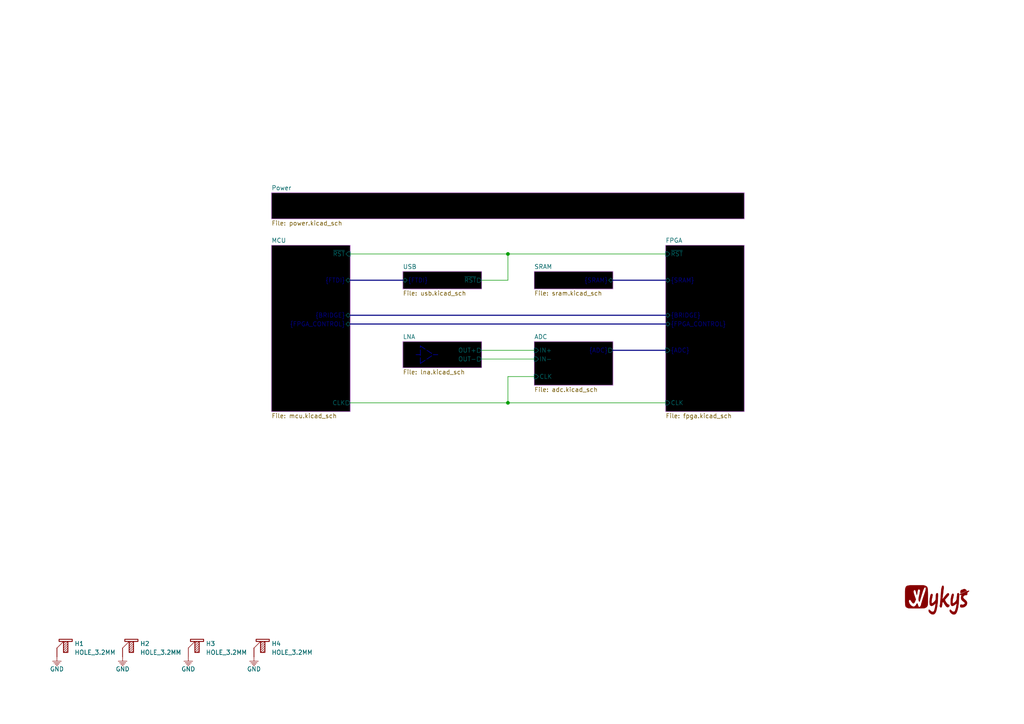
<source format=kicad_sch>
(kicad_sch (version 20200512) (host eeschema "5.99.0-unknown-4efed4b~101~ubuntu18.04.1")
  (page 1 8)
  (paper "A4")
  (title_block (title "Digitizer 10b 105 MSPS with FPGA") (date "2020-03-09") (rev "1.0") (company "Jan Vykydal"))
  (lib_symbols
    (symbol "KLIB_Logo:Wykys" (pin_names (offset 0.508))
      (symbol "Wykys_0_0"
        (polyline (pts (xy 7.0358 1.9812) (xy 7.2898 2.0574) (xy 7.6454 2.2098) (xy 7.874 2.3114) (xy 8.1788 2.4384) (xy 8.4074 2.54) (xy 8.5344 2.5908) (xy 8.5598 2.6162) (xy 8.5852 2.6924) (xy 8.4582 2.8448) (xy 8.382 2.9464) (xy 8.1026 3.1242) (xy 7.8486 3.1496) (xy 7.5438 3.048) (xy 7.4676 2.9972) (xy 7.0866 2.8702) (xy 7.0358 2.8702) (xy 6.8834 2.7432) (xy 6.8072 2.5146) (xy 6.7818 2.2606) (xy 6.8326 2.0066) (xy 6.8326 1.9812) (xy 6.9088 1.9558) (xy 7.0358 1.9812)) (stroke (width 0.0254)) (fill (type outline)))
        (polyline (pts (xy -0.9398 -4.191) (xy -0.6604 -3.9878) (xy -0.4064 -3.6322) (xy -0.381 -3.556) (xy -0.2032 -3.0988) (xy -0.0762 -2.5146) (xy 0.0508 -1.8034) (xy 0.1524 -1.016) (xy 0.2286 -0.1778) (xy 0.254 0.7112) (xy 0.2794 1.0414) (xy 0.2794 1.6764) (xy 0.254 1.8288) (xy 0.2032 1.905) (xy 0.1524 1.9304) (xy -0.0508 1.9304) (xy -0.1778 1.8542) (xy -0.2794 1.651) (xy -0.3302 1.3208) (xy -0.3302 0.8128) (xy -0.3556 0.4826) (xy -0.381 0.1778) (xy -0.4318 -0.0254) (xy -0.508 -0.1524) (xy -0.7112 -0.4318) (xy -0.9398 -0.6604) (xy -1.1684 -0.8636) (xy -1.3716 -0.9652) (xy -1.524 -0.9906) (xy -1.5494 -0.9398) (xy -1.6002 -0.7874) (xy -1.6002 -0.4826) (xy -1.5748 -0.127) (xy -1.524 0.254) (xy -1.4224 0.6604) (xy -1.3716 0.889) (xy -1.2954 1.27) (xy -1.2954 1.5494) (xy -1.3716 1.6764) (xy -1.524 1.7272) (xy -1.5494 1.7272) (xy -1.7018 1.6764) (xy -1.8034 1.5748) (xy -1.8796 1.3462) (xy -1.9812 0.9906) (xy -2.0574 0.508) (xy -2.1082 0.2286) (xy -2.1844 -0.4572) (xy -2.159 -1.016) (xy -2.0828 -1.397) (xy -1.905 -1.651) (xy -1.651 -1.778) (xy -1.4224 -1.7272) (xy -1.143 -1.6002) (xy -0.8382 -1.3716) (xy -0.5588 -1.1176) (xy -0.4064 -0.889) (xy -0.4572 -1.4478) (xy -0.4572 -1.4986) (xy -0.5334 -2.0066) (xy -0.635 -2.4892) (xy -0.762 -2.921) (xy -0.889 -3.2512) (xy -0.9652 -3.3528) (xy -1.1938 -3.4798) (xy -1.4478 -3.4544) (xy -1.7272 -3.302) (xy -2.032 -3.0226) (xy -2.159 -2.921) (xy -2.3114 -2.8194) (xy -2.413 -2.921) (xy -2.4384 -3.1496) (xy -2.4384 -3.175) (xy -2.3622 -3.429) (xy -2.1844 -3.7084) (xy -1.9304 -3.937) (xy -1.651 -4.1148) (xy -1.2954 -4.2164) (xy -0.9398 -4.191)) (stroke (width 0.0254)) (fill (type outline)))
        (polyline (pts (xy 1.3208 -2.0828) (xy 1.4224 -1.8034) (xy 1.4732 -1.3462) (xy 1.5748 -0.7874) (xy 1.651 -0.635) (xy 1.6764 -0.6096) (xy 1.7272 -0.5842) (xy 1.8288 -0.635) (xy 1.9304 -0.8128) (xy 2.1082 -1.1176) (xy 2.3368 -1.4732) (xy 2.54 -1.778) (xy 2.7178 -1.9812) (xy 2.8956 -2.0828) (xy 3.048 -2.1082) (xy 3.2004 -2.1082) (xy 3.4036 -2.0066) (xy 3.556 -1.8034) (xy 3.6068 -1.6002) (xy 3.5052 -1.4224) (xy 3.302 -1.3716) (xy 3.1496 -1.2954) (xy 2.9972 -1.1684) (xy 2.8194 -0.9398) (xy 2.6162 -0.6858) (xy 2.4638 -0.4064) (xy 2.3368 -0.1524) (xy 2.286 0) (xy 2.3114 0.0762) (xy 2.4384 0.254) (xy 2.6416 0.4826) (xy 3.1496 1.0414) (xy 3.3528 1.2954) (xy 3.4544 1.4732) (xy 3.4798 1.6256) (xy 3.4798 1.651) (xy 3.4036 1.8542) (xy 3.2512 1.9304) (xy 3.0226 1.8542) (xy 2.921 1.778) (xy 2.7178 1.6002) (xy 2.4892 1.3208) (xy 2.2352 0.9906) (xy 2.032 0.7366) (xy 1.8288 0.4572) (xy 1.6764 0.2794) (xy 1.6002 0.2032) (xy 1.5748 0.2032) (xy 1.5748 0.4572) (xy 1.6002 0.7112) (xy 1.651 1.0414) (xy 1.7018 1.524) (xy 1.778 2.159) (xy 1.8288 2.5146) (xy 1.8796 2.9972) (xy 1.9304 3.3528) (xy 1.9304 3.8608) (xy 1.8288 4.0132) (xy 1.7526 4.1148) (xy 1.6764 4.1402) (xy 1.5494 4.0386) (xy 1.4732 3.937) (xy 1.3716 3.6576) (xy 1.27 3.2512) (xy 1.1938 2.667) (xy 1.143 1.9304) (xy 1.143 1.8034) (xy 1.1176 1.3716) (xy 1.0668 0.889) (xy 1.016 0.3556) (xy 0.9906 -0.1524) (xy 0.9398 -0.6604) (xy 0.889 -1.0922) (xy 0.8636 -1.4478) (xy 0.8128 -1.6764) (xy 0.8128 -1.8796) (xy 0.889 -2.032) (xy 1.0414 -2.1844) (xy 1.1938 -2.2098) (xy 1.3208 -2.0828)) (stroke (width 0.0254)) (fill (type outline)))
        (polyline (pts (xy 5.1816 -4.191) (xy 5.461 -3.9878) (xy 5.6896 -3.6322) (xy 5.8928 -3.0988) (xy 5.9944 -2.7178) (xy 6.096 -2.2606) (xy 6.1722 -1.778) (xy 6.2484 -1.2446) (xy 6.2992 -0.6096) (xy 6.35 0.1778) (xy 6.35 0.2794) (xy 6.3754 0.8382) (xy 6.4008 1.27) (xy 6.4008 1.5748) (xy 6.3754 1.7526) (xy 6.3246 1.8796) (xy 6.2484 1.9304) (xy 6.0198 1.9304) (xy 5.9436 1.905) (xy 5.8928 1.8034) (xy 5.842 1.6002) (xy 5.8166 1.2954) (xy 5.7658 0.8636) (xy 5.7404 0.5842) (xy 5.715 0.254) (xy 5.6388 0) (xy 5.5626 -0.1778) (xy 5.461 -0.3556) (xy 5.3848 -0.4572) (xy 5.1562 -0.6858) (xy 4.9276 -0.8636) (xy 4.7244 -0.9906) (xy 4.572 -0.9906) (xy 4.5466 -0.9398) (xy 4.4958 -0.762) (xy 4.4958 -0.4826) (xy 4.5212 -0.127) (xy 4.572 0.2286) (xy 4.6736 0.5842) (xy 4.7498 0.9398) (xy 4.826 1.3462) (xy 4.8006 1.6256) (xy 4.699 1.7526) (xy 4.5212 1.778) (xy 4.3942 1.6764) (xy 4.2672 1.4732) (xy 4.1656 1.1176) (xy 4.064 0.635) (xy 3.9624 -0.0254) (xy 3.9624 -0.0762) (xy 3.937 -0.6858) (xy 3.9624 -1.1684) (xy 4.064 -1.524) (xy 4.2418 -1.7272) (xy 4.4958 -1.778) (xy 4.826 -1.651) (xy 5.207 -1.397) (xy 5.6896 -1.016) (xy 5.6896 -1.27) (xy 5.6388 -1.5748) (xy 5.588 -1.9558) (xy 5.4864 -2.3876) (xy 5.3594 -2.794) (xy 5.2578 -3.0988) (xy 5.1562 -3.302) (xy 5.0292 -3.429) (xy 4.8768 -3.4798) (xy 4.7498 -3.4544) (xy 4.3942 -3.3274) (xy 4.1148 -3.048) (xy 4.0132 -2.921) (xy 3.8354 -2.8194) (xy 3.7338 -2.8956) (xy 3.6576 -3.0988) (xy 3.6576 -3.1242) (xy 3.7338 -3.4036) (xy 3.9116 -3.683) (xy 4.1656 -3.937) (xy 4.445 -4.1148) (xy 4.4704 -4.1402) (xy 4.8514 -4.2418) (xy 5.1816 -4.191)) (stroke (width 0.0254)) (fill (type outline)))
        (polyline (pts (xy 7.62 -2.159) (xy 7.9248 -2.0574) (xy 8.0518 -1.9812) (xy 8.4074 -1.7018) (xy 8.636 -1.3716) (xy 8.7122 -0.9906) (xy 8.7122 -0.9398) (xy 8.6868 -0.6604) (xy 8.5852 -0.4318) (xy 8.382 -0.2032) (xy 8.0772 0.0762) (xy 7.8486 0.2794) (xy 7.62 0.5588) (xy 7.5438 0.8128) (xy 7.6454 1.0414) (xy 7.8994 1.27) (xy 8.128 1.397) (xy 8.509 1.397) (xy 8.636 1.4224) (xy 8.7376 1.5748) (xy 8.7884 1.7526) (xy 8.763 1.9304) (xy 8.7122 2.032) (xy 8.7884 2.1336) (xy 8.9916 2.286) (xy 9.1186 2.3622) (xy 9.271 2.5146) (xy 9.3218 2.5908) (xy 9.2202 2.6416) (xy 9.0424 2.6162) (xy 8.763 2.54) (xy 8.4328 2.413) (xy 8.0518 2.2352) (xy 7.8994 2.159) (xy 7.5184 2.0066) (xy 7.1882 1.8542) (xy 6.9596 1.778) (xy 6.9342 1.778) (xy 6.7564 1.7018) (xy 7.9756 1.7018) (xy 8.001 1.778) (xy 8.0264 1.8034) (xy 8.1026 1.8542) (xy 8.3312 1.8542) (xy 8.3566 1.9304) (xy 8.3566 1.9558) (xy 8.4328 2.032) (xy 8.4582 2.032) (xy 8.4328 1.9304) (xy 8.4074 1.9304) (xy 8.3312 1.8542) (xy 8.1026 1.8542) (xy 8.1026 1.778) (xy 8.001 1.6764) (xy 7.9756 1.7018) (xy 6.7564 1.7018) (xy 6.6802 1.6764) (xy 6.6802 1.651) (xy 7.62 1.651) (xy 7.6708 1.6764) (xy 7.7216 1.651) (xy 7.6708 1.6002) (xy 7.62 1.651) (xy 6.6802 1.651) (xy 6.604 1.5494) (xy 7.2898 1.5494) (xy 7.3406 1.6002) (xy 7.366 1.5494) (xy 7.3406 1.524) (xy 7.2898 1.5494) (xy 6.604 1.5494) (xy 6.6294 1.4986) (xy 6.7056 1.4478) (xy 6.9088 1.4732) (xy 7.1882 1.4986) (xy 7.0612 1.27) (xy 7.0358 1.1938) (xy 6.9596 0.8382) (xy 6.9596 0.4318) (xy 7.0866 0.0762) (xy 7.1882 -0.0762) (xy 7.4168 -0.3048) (xy 7.6708 -0.508) (xy 7.8486 -0.635) (xy 8.0518 -0.8382) (xy 8.1026 -1.016) (xy 8.001 -1.1684) (xy 7.7724 -1.3208) (xy 7.5946 -1.397) (xy 7.3914 -1.4478) (xy 7.2136 -1.397) (xy 7.112 -1.3462) (xy 6.9342 -1.3462) (xy 6.8072 -1.4224) (xy 6.7818 -1.4478) (xy 6.7056 -1.6764) (xy 6.7056 -1.905) (xy 6.8072 -2.1082) (xy 6.985 -2.1844) (xy 7.2898 -2.2098) (xy 7.62 -2.159)) (stroke (width 0.0254)) (fill (type outline)))
        (polyline (pts (xy -4.318 -2.4384) (xy -3.937 -2.413) (xy -3.6576 -2.3876) (xy -3.4544 -2.3368) (xy -3.1496 -2.1844) (xy -2.9464 -1.9812) (xy -2.8448 -1.8542) (xy -2.7686 -1.6764) (xy -2.7178 -1.4732) (xy -2.667 -1.1684) (xy -2.6416 -0.7874) (xy -2.6416 2.032) (xy -2.667 2.5908) (xy -2.6924 2.9972) (xy -2.7432 3.3274) (xy -2.794 3.556) (xy -2.8956 3.7338) (xy -2.9972 3.8608) (xy -3.1496 3.9624) (xy -3.3528 4.064) (xy -3.3782 4.064) (xy -3.4798 4.1148) (xy -3.6322 4.1656) (xy -3.7846 4.191) (xy -4.0386 4.2164) (xy -7.7978 4.2164) (xy -8.255 4.1656) (xy -8.636 4.0894) (xy -8.89 3.937) (xy -9.0678 3.7084) (xy -9.1694 3.3782) (xy -9.2456 2.9718) (xy -9.271 2.413) (xy -9.271 -0.4064) (xy -8.2042 -0.4064) (xy -8.1534 -0.1524) (xy -8.001 0.0254) (xy -7.9502 0.0508) (xy -7.8486 0.0508) (xy -7.7216 -0.0508) (xy -7.5692 -0.254) (xy -7.3406 -0.5842) (xy -7.3152 -0.6096) (xy -7.0866 -0.889) (xy -6.9088 -1.016) (xy -6.7056 -0.9652) (xy -6.5278 -0.762) (xy -6.35 -0.381) (xy -6.1468 0.127) (xy -6.5024 1.143) (xy -6.6548 1.5494) (xy -6.7564 1.9558) (xy -6.8326 2.2352) (xy -6.8326 2.4638) (xy -6.8072 2.6162) (xy -6.731 2.7686) (xy -6.7056 2.794) (xy -6.5786 2.8956) (xy -6.4262 2.8702) (xy -6.2992 2.7686) (xy -6.1976 2.5908) (xy -6.096 2.286) (xy -5.9944 1.8542) (xy -5.8674 1.397) (xy -5.7658 1.8288) (xy -5.7404 2.0066) (xy -5.6896 2.286) (xy -5.6642 2.4638) (xy -5.6642 2.4892) (xy -5.6134 2.7432) (xy -5.4864 2.9464) (xy -5.3594 3.0734) (xy -5.2578 3.0988) (xy -5.1054 3.0226) (xy -4.953 2.8448) (xy -4.9022 2.6416) (xy -4.9022 2.6162) (xy -4.9276 2.4384) (xy -4.9784 2.1336) (xy -5.0546 1.7272) (xy -5.1562 1.2954) (xy -5.1816 1.2446) (xy -5.2578 0.8128) (xy -5.334 0.4826) (xy -5.3594 0.2794) (xy -5.3594 0.1016) (xy -5.334 -0.0508) (xy -5.2324 -0.3556) (xy -5.1308 -0.508) (xy -5.08 -0.5334) (xy -5.0292 -0.4318) (xy -4.953 -0.2032) (xy -4.8514 0.127) (xy -4.7244 0.5588) (xy -4.572 1.0414) (xy -4.5466 1.1684) (xy -4.318 1.905) (xy -4.1402 2.4892) (xy -3.9878 2.921) (xy -3.8354 3.2512) (xy -3.7338 3.4544) (xy -3.6068 3.5814) (xy -3.4798 3.6322) (xy -3.3528 3.6068) (xy -3.2512 3.5306) (xy -3.2258 3.4036) (xy -3.2512 3.175) (xy -3.302 2.8448) (xy -3.429 2.3876) (xy -3.6322 1.8034) (xy -3.81 1.27) (xy -4.0894 0.4572) (xy -4.2926 -0.2032) (xy -4.445 -0.7366) (xy -4.572 -1.1176) (xy -4.6228 -1.3716) (xy -4.6482 -1.524) (xy -4.7244 -1.7272) (xy -4.8514 -1.905) (xy -4.8768 -1.9304) (xy -5.0292 -2.0574) (xy -5.1562 -2.1336) (xy -5.207 -2.1082) (xy -5.334 -1.9812) (xy -5.461 -1.7272) (xy -5.588 -1.397) (xy -5.6134 -1.2954) (xy -5.6896 -1.0668) (xy -5.7658 -1.016) (xy -5.8674 -1.0922) (xy -6.1722 -1.6002) (xy -6.3754 -1.8034) (xy -6.604 -1.9304) (xy -6.8834 -1.9558) (xy -6.985 -1.9304) (xy -7.2644 -1.8288) (xy -7.5438 -1.6256) (xy -7.7978 -1.3462) (xy -8.001 -1.0414) (xy -8.128 -0.7112) (xy -8.2042 -0.4064) (xy -9.271 -0.4064) (xy -9.271 -0.5588) (xy -9.2456 -1.0414) (xy -9.2202 -1.397) (xy -9.1694 -1.6764) (xy -9.1186 -1.8796) (xy -9.0424 -2.032) (xy -8.9154 -2.1336) (xy -8.763 -2.2098) (xy -8.5852 -2.3114) (xy -8.3566 -2.3876) (xy -8.1788 -2.413) (xy -7.9502 -2.4384) (xy -7.6454 -2.4384) (xy -7.2136 -2.4638) (xy -4.7752 -2.4638) (xy -4.318 -2.4384)) (stroke (width 0.0254)) (fill (type outline)))
      )
    )
    (symbol "KLIB_Mechanical:Bolt_Pad" (pin_numbers hide) (pin_names (offset 0) hide)
      (property "Reference" "H" (at 5.08 3.81 0))
      (property "Value" "Bolt_Pad" (at 5.08 1.27 0))
      (symbol "Bolt_Pad_0_1"
        (polyline (pts (xy 1.905 1.27) (xy 3.175 2.54)))
        (polyline (pts (xy 1.905 1.905) (xy 3.175 3.175)))
        (polyline (pts (xy 1.905 2.54) (xy 3.175 3.81)))
        (polyline (pts (xy 1.905 3.175) (xy 3.175 4.445)))
        (polyline (pts (xy 1.905 4.445) (xy 0 2.54)))
        (polyline (pts (xy 1.905 4.445) (xy 3.175 4.445)) (stroke (width 0.254)))
        (polyline (pts (xy 2.54 1.27) (xy 3.175 1.905)))
        (polyline (pts (xy 2.54 4.445) (xy 1.905 3.81)))
        (polyline (pts (xy 1.905 4.445) (xy 0.635 4.445) (xy 0.635 5.08) (xy 4.445 5.08) (xy 4.445 4.445) (xy 3.175 4.445) (xy 3.175 1.27) (xy 1.905 1.27) (xy 1.905 4.445)) (stroke (width 0.254)))
      )
      (symbol "Bolt_Pad_1_1"
        (pin passive line (at 0 0 90) (length 2.54) (name "1") (number "1"))
      )
    )
    (symbol "KLIB_Power:GND" (power) (pin_names (offset 0))
      (property "Value" "GND" (at 0 -3.556 0))
      (symbol "GND_0_1"
        (polyline (pts (xy -0.9144 -1.7272) (xy 0.9144 -1.7272)))
        (polyline (pts (xy -0.5588 -2.1336) (xy 0.5588 -2.1336)))
        (polyline (pts (xy -0.254 -2.54) (xy 0.254 -2.54)))
        (polyline (pts (xy 0 -1.27) (xy 0 0)))
        (polyline (pts (xy 1.27 -1.27) (xy -1.27 -1.27)))
      )
      (symbol "GND_1_1"
        (pin power_in line (at 0 0 270) (length 0) (name "GND") (number "1") hide)
      )
    )
  )
  (junction (at 147.32 73.66))
  (junction (at 147.32 116.84))
  (wire (pts (xy 101.6 73.66) (xy 147.32 73.66)))
  (wire (pts (xy 101.6 116.84) (xy 147.32 116.84)))
  (wire (pts (xy 139.7 81.28) (xy 147.32 81.28)))
  (wire (pts (xy 139.7 101.6) (xy 154.94 101.6)))
  (wire (pts (xy 139.7 104.14) (xy 154.94 104.14)))
  (wire (pts (xy 147.32 73.66) (xy 147.32 81.28)))
  (wire (pts (xy 147.32 73.66) (xy 193.04 73.66)))
  (wire (pts (xy 147.32 109.22) (xy 147.32 116.84)))
  (wire (pts (xy 147.32 116.84) (xy 193.04 116.84)))
  (wire (pts (xy 154.94 109.22) (xy 147.32 109.22)))
  (bus (pts (xy 101.6 81.28) (xy 116.84 81.28)))
  (bus (pts (xy 101.6 91.44) (xy 193.04 91.44)))
  (bus (pts (xy 101.6 93.98) (xy 193.04 93.98)))
  (bus (pts (xy 177.8 81.28) (xy 193.04 81.28)))
  (bus (pts (xy 177.8 101.6) (xy 193.04 101.6)))
  (polyline (pts (xy 120.65 102.87) (xy 121.92 102.87)) (stroke (width 0.1524) (type dash)))
  (polyline (pts (xy 121.92 100.33) (xy 125.73 102.87)) (stroke (width 0.1524) (type dash)))
  (polyline (pts (xy 121.92 105.41) (xy 121.92 100.33)) (stroke (width 0.1524) (type dash)))
  (polyline (pts (xy 121.92 105.41) (xy 125.73 102.87)) (stroke (width 0.1524) (type dash)))
  (polyline (pts (xy 125.73 102.87) (xy 127 102.87)) (stroke (width 0.1524) (type dash)))
  (symbol (lib_id "KLIB_Power:GND") (at 16.51 190.5 0) (unit 1)
    (property "Reference" "#PWR01" (effects hide))
    (property "Value" "GND" (at 16.51 194.056 0))
  )
  (symbol (lib_id "KLIB_Power:GND") (at 35.56 190.5 0) (unit 1)
    (property "Reference" "#PWR02" (effects hide))
    (property "Value" "GND" (at 35.56 194.056 0))
  )
  (symbol (lib_id "KLIB_Power:GND") (at 54.61 190.5 0) (unit 1)
    (property "Reference" "#PWR03" (effects hide))
    (property "Value" "GND" (at 54.61 194.056 0))
  )
  (symbol (lib_id "KLIB_Power:GND") (at 73.66 190.5 0) (unit 1)
    (property "Reference" "#PWR04" (effects hide))
    (property "Value" "GND" (at 73.66 194.056 0))
  )
  (symbol (lib_id "KLIB_Mechanical:Bolt_Pad") (at 16.51 190.5 0) (unit 1)
    (property "Reference" "H1" (at 21.59 186.69 0) (effects (justify left)))
    (property "Value" "HOLE_3.2MM" (at 21.59 189.23 0) (effects (justify left)))
    (property "Footprint" "MountingHole:MountingHole_3.2mm_M3_Pad_Via" (effects hide))
  )
  (symbol (lib_id "KLIB_Mechanical:Bolt_Pad") (at 35.56 190.5 0) (unit 1)
    (property "Reference" "H2" (at 40.64 186.69 0) (effects (justify left)))
    (property "Value" "HOLE_3.2MM" (at 40.64 189.23 0) (effects (justify left)))
    (property "Footprint" "MountingHole:MountingHole_3.2mm_M3_Pad_Via" (effects hide))
  )
  (symbol (lib_id "KLIB_Mechanical:Bolt_Pad") (at 54.61 190.5 0) (unit 1)
    (property "Reference" "H3" (at 59.69 186.69 0) (effects (justify left)))
    (property "Value" "HOLE_3.2MM" (at 59.69 189.23 0) (effects (justify left)))
    (property "Footprint" "MountingHole:MountingHole_3.2mm_M3_Pad_Via" (effects hide))
  )
  (symbol (lib_id "KLIB_Mechanical:Bolt_Pad") (at 73.66 190.5 0) (unit 1)
    (property "Reference" "H4" (at 78.74 186.69 0) (effects (justify left)))
    (property "Value" "HOLE_3.2MM" (at 78.74 189.23 0) (effects (justify left)))
    (property "Footprint" "MountingHole:MountingHole_3.2mm_M3_Pad_Via" (effects hide))
  )
  (symbol (lib_id "KLIB_Logo:Wykys") (at 271.78 173.99 0) (unit 1)
    (property "Reference" "GR1" (effects hide))
    (property "Value" "Wykys" (effects hide))
    (property "Footprint" "KLIB_Logo:wykys_small_skill" (effects hide))
    (property "Datasheet" "https://github.com/wykys" (effects hide))
  )
  (sheet (at 154.94 99.06) (size 22.86 12.7) (stroke (width 0.1524) (color 198 120 221 1)) (fill (color 0 0 0 1.0000))
    (property "Sheet name" "ADC" (at 154.94 98.4245 0) (effects (justify left bottom)))
    (property "Sheet file" "adc.kicad_sch" (at 154.94 112.2685 0) (effects (justify left top)))
    (pin "CLK" input (at 154.94 109.22 180))
    (pin "IN+" input (at 154.94 101.6 180))
    (pin "IN-" input (at 154.94 104.14 180))
    (pin "{ADC}" output (at 177.8 101.6 0))
  )
  (sheet (at 193.04 71.12) (size 22.86 48.26) (stroke (width 0.1524) (color 198 120 221 1)) (fill (color 0 0 0 1.0000))
    (property "Sheet name" "FPGA" (at 193.04 70.4845 0) (effects (justify left bottom)))
    (property "Sheet file" "fpga.kicad_sch" (at 193.04 119.8885 0) (effects (justify left top)))
    (pin "{ADC}" input (at 193.04 101.6 180))
    (pin "CLK" input (at 193.04 116.84 180))
    (pin "{SRAM}" bidirectional (at 193.04 81.28 180))
    (pin "{BRIDGE}" bidirectional (at 193.04 91.44 180))
    (pin "~RST" input (at 193.04 73.66 180))
    (pin "{FPGA_CONTROL}" bidirectional (at 193.04 93.98 180))
  )
  (sheet (at 116.84 99.06) (size 22.86 7.62) (stroke (width 0.1524) (color 198 120 221 1)) (fill (color 0 0 0 1.0000))
    (property "Sheet name" "LNA" (at 116.84 98.4245 0) (effects (justify left bottom)))
    (property "Sheet file" "lna.kicad_sch" (at 116.84 107.1885 0) (effects (justify left top)))
    (pin "OUT+" output (at 139.7 101.6 0))
    (pin "OUT-" output (at 139.7 104.14 0))
  )
  (sheet (at 78.74 71.12) (size 22.86 48.26) (stroke (width 0.1524) (color 198 120 221 1)) (fill (color 0 0 0 1.0000))
    (property "Sheet name" "MCU" (at 78.74 70.4845 0) (effects (justify left bottom)))
    (property "Sheet file" "mcu.kicad_sch" (at 78.74 119.8885 0) (effects (justify left top)))
    (pin "CLK" output (at 101.6 116.84 0))
    (pin "{BRIDGE}" bidirectional (at 101.6 91.44 0))
    (pin "~RST" input (at 101.6 73.66 0))
    (pin "{FTDI}" bidirectional (at 101.6 81.28 0))
    (pin "{FPGA_CONTROL}" bidirectional (at 101.6 93.98 0))
  )
  (sheet (at 78.74 55.88) (size 137.16 7.62) (stroke (width 0.1524) (color 198 120 221 1)) (fill (color 0 0 0 1.0000))
    (property "Sheet name" "Power" (at 78.74 55.2445 0) (effects (justify left bottom)))
    (property "Sheet file" "power.kicad_sch" (at 78.74 64.0085 0) (effects (justify left top)))
  )
  (sheet (at 154.94 78.74) (size 22.86 5.08) (stroke (width 0.1524) (color 198 120 221 1)) (fill (color 0 0 0 1.0000))
    (property "Sheet name" "SRAM" (at 154.94 78.1045 0) (effects (justify left bottom)))
    (property "Sheet file" "sram.kicad_sch" (at 154.94 84.3285 0) (effects (justify left top)))
    (pin "{SRAM}" bidirectional (at 177.8 81.28 0))
  )
  (sheet (at 116.84 78.74) (size 22.86 5.08) (stroke (width 0.1524) (color 198 120 221 1)) (fill (color 0 0 0 1.0000))
    (property "Sheet name" "USB" (at 116.84 78.1045 0) (effects (justify left bottom)))
    (property "Sheet file" "usb.kicad_sch" (at 116.84 84.3285 0) (effects (justify left top)))
    (pin "{FTDI}" bidirectional (at 116.84 81.28 180))
    (pin "~RST" output (at 139.7 81.28 0))
  )
)
</source>
